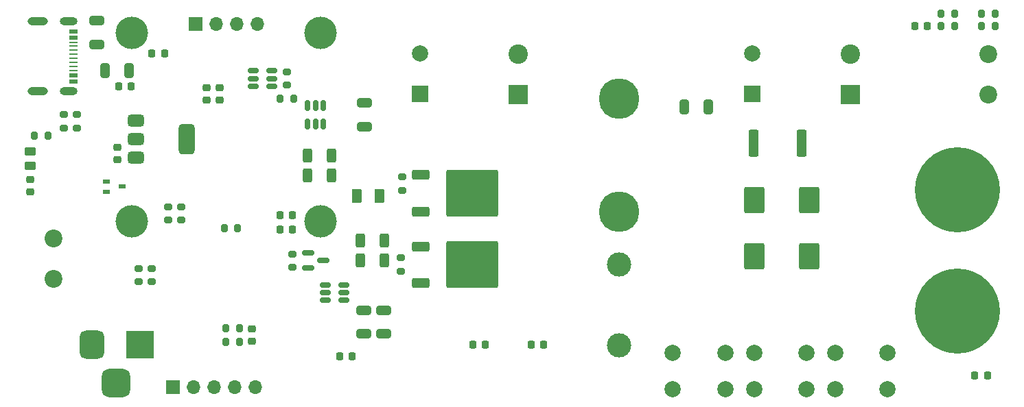
<source format=gbr>
%TF.GenerationSoftware,KiCad,Pcbnew,8.0.0-1.fc39*%
%TF.CreationDate,2024-03-15T22:49:02+01:00*%
%TF.ProjectId,pulsarPCB,70756c73-6172-4504-9342-2e6b69636164,rev?*%
%TF.SameCoordinates,Original*%
%TF.FileFunction,Soldermask,Top*%
%TF.FilePolarity,Negative*%
%FSLAX46Y46*%
G04 Gerber Fmt 4.6, Leading zero omitted, Abs format (unit mm)*
G04 Created by KiCad (PCBNEW 8.0.0-1.fc39) date 2024-03-15 22:49:02*
%MOMM*%
%LPD*%
G01*
G04 APERTURE LIST*
G04 Aperture macros list*
%AMRoundRect*
0 Rectangle with rounded corners*
0 $1 Rounding radius*
0 $2 $3 $4 $5 $6 $7 $8 $9 X,Y pos of 4 corners*
0 Add a 4 corners polygon primitive as box body*
4,1,4,$2,$3,$4,$5,$6,$7,$8,$9,$2,$3,0*
0 Add four circle primitives for the rounded corners*
1,1,$1+$1,$2,$3*
1,1,$1+$1,$4,$5*
1,1,$1+$1,$6,$7*
1,1,$1+$1,$8,$9*
0 Add four rect primitives between the rounded corners*
20,1,$1+$1,$2,$3,$4,$5,0*
20,1,$1+$1,$4,$5,$6,$7,0*
20,1,$1+$1,$6,$7,$8,$9,0*
20,1,$1+$1,$8,$9,$2,$3,0*%
G04 Aperture macros list end*
%ADD10C,5.000000*%
%ADD11C,3.000000*%
%ADD12RoundRect,0.218750X-0.218750X-0.256250X0.218750X-0.256250X0.218750X0.256250X-0.218750X0.256250X0*%
%ADD13RoundRect,0.225000X0.250000X-0.225000X0.250000X0.225000X-0.250000X0.225000X-0.250000X-0.225000X0*%
%ADD14RoundRect,0.225000X0.225000X0.250000X-0.225000X0.250000X-0.225000X-0.250000X0.225000X-0.250000X0*%
%ADD15RoundRect,0.225000X-0.250000X0.225000X-0.250000X-0.225000X0.250000X-0.225000X0.250000X0.225000X0*%
%ADD16RoundRect,0.250000X0.325000X0.650000X-0.325000X0.650000X-0.325000X-0.650000X0.325000X-0.650000X0*%
%ADD17C,2.000000*%
%ADD18RoundRect,0.250000X-0.312500X-0.625000X0.312500X-0.625000X0.312500X0.625000X-0.312500X0.625000X0*%
%ADD19RoundRect,0.250000X0.650000X-0.325000X0.650000X0.325000X-0.650000X0.325000X-0.650000X-0.325000X0*%
%ADD20R,2.400000X2.400000*%
%ADD21C,2.400000*%
%ADD22RoundRect,0.200000X-0.200000X-0.275000X0.200000X-0.275000X0.200000X0.275000X-0.200000X0.275000X0*%
%ADD23RoundRect,0.250000X-0.850000X-0.350000X0.850000X-0.350000X0.850000X0.350000X-0.850000X0.350000X0*%
%ADD24RoundRect,0.249997X-2.950003X-2.650003X2.950003X-2.650003X2.950003X2.650003X-2.950003X2.650003X0*%
%ADD25C,2.200000*%
%ADD26RoundRect,0.200000X0.200000X0.275000X-0.200000X0.275000X-0.200000X-0.275000X0.200000X-0.275000X0*%
%ADD27R,2.000000X2.000000*%
%ADD28R,0.950000X0.500000*%
%ADD29RoundRect,0.250000X0.312500X0.625000X-0.312500X0.625000X-0.312500X-0.625000X0.312500X-0.625000X0*%
%ADD30RoundRect,0.200000X-0.275000X0.200000X-0.275000X-0.200000X0.275000X-0.200000X0.275000X0.200000X0*%
%ADD31RoundRect,0.250000X1.000000X-1.400000X1.000000X1.400000X-1.000000X1.400000X-1.000000X-1.400000X0*%
%ADD32RoundRect,0.150000X-0.150000X0.512500X-0.150000X-0.512500X0.150000X-0.512500X0.150000X0.512500X0*%
%ADD33R,1.700000X1.700000*%
%ADD34O,1.700000X1.700000*%
%ADD35RoundRect,0.150000X0.512500X0.150000X-0.512500X0.150000X-0.512500X-0.150000X0.512500X-0.150000X0*%
%ADD36C,10.500000*%
%ADD37RoundRect,0.150000X-0.512500X-0.150000X0.512500X-0.150000X0.512500X0.150000X-0.512500X0.150000X0*%
%ADD38RoundRect,0.200000X0.275000X-0.200000X0.275000X0.200000X-0.275000X0.200000X-0.275000X-0.200000X0*%
%ADD39RoundRect,0.250000X-0.450000X0.262500X-0.450000X-0.262500X0.450000X-0.262500X0.450000X0.262500X0*%
%ADD40R,1.000000X0.520000*%
%ADD41R,1.000000X0.270000*%
%ADD42O,2.200000X1.000000*%
%ADD43O,2.500000X1.000000*%
%ADD44RoundRect,0.150000X-0.587500X-0.150000X0.587500X-0.150000X0.587500X0.150000X-0.587500X0.150000X0*%
%ADD45C,4.000000*%
%ADD46RoundRect,0.250000X-0.375000X-0.625000X0.375000X-0.625000X0.375000X0.625000X-0.375000X0.625000X0*%
%ADD47RoundRect,0.250000X-0.325000X-0.650000X0.325000X-0.650000X0.325000X0.650000X-0.325000X0.650000X0*%
%ADD48RoundRect,0.250000X-0.362500X-1.425000X0.362500X-1.425000X0.362500X1.425000X-0.362500X1.425000X0*%
%ADD49RoundRect,0.375000X-0.625000X-0.375000X0.625000X-0.375000X0.625000X0.375000X-0.625000X0.375000X0*%
%ADD50RoundRect,0.500000X-0.500000X-1.400000X0.500000X-1.400000X0.500000X1.400000X-0.500000X1.400000X0*%
%ADD51R,3.500000X3.500000*%
%ADD52RoundRect,0.750000X-0.750000X-1.000000X0.750000X-1.000000X0.750000X1.000000X-0.750000X1.000000X0*%
%ADD53RoundRect,0.875000X-0.875000X-0.875000X0.875000X-0.875000X0.875000X0.875000X-0.875000X0.875000X0*%
G04 APERTURE END LIST*
D10*
%TO.C,L1*%
X217500000Y-43000000D03*
X217500000Y-29000000D03*
D11*
X217500000Y-49500000D03*
X217500000Y-59500000D03*
%TD*%
D12*
%TO.C,D8*%
X182987500Y-60800000D03*
X184562500Y-60800000D03*
%TD*%
%TO.C,D6*%
X199412500Y-59400000D03*
X200987500Y-59400000D03*
%TD*%
%TO.C,D5*%
X261333267Y-63200000D03*
X262908267Y-63200000D03*
%TD*%
%TO.C,D4*%
X206612500Y-59400000D03*
X208187500Y-59400000D03*
%TD*%
D13*
%TO.C,C20*%
X155600000Y-36575000D03*
X155600000Y-35025000D03*
%TD*%
D14*
%TO.C,C19*%
X157275000Y-27500000D03*
X155725000Y-27500000D03*
%TD*%
D15*
%TO.C,C15*%
X168200000Y-27625000D03*
X168200000Y-29175000D03*
%TD*%
%TO.C,C14*%
X166600000Y-27625000D03*
X166600000Y-29175000D03*
%TD*%
%TO.C,C27*%
X172132500Y-57455000D03*
X172132500Y-59005000D03*
%TD*%
D14*
%TO.C,C9*%
X255500000Y-20000000D03*
X253950000Y-20000000D03*
%TD*%
D16*
%TO.C,C4*%
X228475000Y-30000000D03*
X225525000Y-30000000D03*
%TD*%
D17*
%TO.C,SW2*%
X240600000Y-64900000D03*
X234100000Y-64900000D03*
X240600000Y-60400000D03*
X234100000Y-60400000D03*
%TD*%
D18*
%TO.C,R4*%
X179037500Y-38500000D03*
X181962500Y-38500000D03*
%TD*%
D19*
%TO.C,C23*%
X185988485Y-58075000D03*
X185988485Y-55125000D03*
%TD*%
D20*
%TO.C,C1*%
X246000000Y-28500000D03*
D21*
X246000000Y-23500000D03*
%TD*%
D22*
%TO.C,R9*%
X257175000Y-20000000D03*
X258825000Y-20000000D03*
%TD*%
D23*
%TO.C,Q3*%
X193000000Y-47245000D03*
D24*
X199300000Y-49525000D03*
D23*
X193000000Y-51805000D03*
%TD*%
D22*
%TO.C,R11*%
X168750000Y-45000000D03*
X170400000Y-45000000D03*
%TD*%
D25*
%TO.C,J6*%
X263000000Y-23500000D03*
X263000000Y-28500000D03*
%TD*%
D26*
%TO.C,R33*%
X263825000Y-20000000D03*
X262175000Y-20000000D03*
%TD*%
D27*
%TO.C,C22*%
X233867677Y-28367677D03*
D17*
X233867677Y-23367677D03*
%TD*%
D12*
%TO.C,D11*%
X159825000Y-23400000D03*
X161400000Y-23400000D03*
%TD*%
D14*
%TO.C,C6*%
X177175000Y-45200000D03*
X175625000Y-45200000D03*
%TD*%
D28*
%TO.C,D12*%
X154200000Y-39200000D03*
X154200000Y-40500000D03*
X156150000Y-39850000D03*
%TD*%
D29*
%TO.C,R5*%
X181962500Y-36000000D03*
X179037500Y-36000000D03*
%TD*%
D30*
%TO.C,R20*%
X190500000Y-48675000D03*
X190500000Y-50325000D03*
%TD*%
D31*
%TO.C,D3*%
X234100000Y-48500000D03*
X240900000Y-48500000D03*
%TD*%
D19*
%TO.C,C3*%
X186025000Y-32475000D03*
X186025000Y-29525000D03*
%TD*%
D22*
%TO.C,R6*%
X175675000Y-29000000D03*
X177325000Y-29000000D03*
%TD*%
D18*
%TO.C,R23*%
X185537500Y-49000000D03*
X188462500Y-49000000D03*
%TD*%
D20*
%TO.C,C2*%
X205000000Y-28500000D03*
D21*
X205000000Y-23500000D03*
%TD*%
D32*
%TO.C,U2*%
X180950000Y-29862500D03*
X180000000Y-29862500D03*
X179050000Y-29862500D03*
X179050000Y-32137500D03*
X180000000Y-32137500D03*
X180950000Y-32137500D03*
%TD*%
D19*
%TO.C,C24*%
X188400000Y-58075000D03*
X188400000Y-55125000D03*
%TD*%
D33*
%TO.C,J1*%
X162440000Y-64600000D03*
D34*
X164980000Y-64600000D03*
X167520000Y-64600000D03*
X170060000Y-64600000D03*
X172600000Y-64600000D03*
%TD*%
D17*
%TO.C,SW3*%
X250600000Y-64900000D03*
X244100000Y-64900000D03*
X250600000Y-60400000D03*
X244100000Y-60400000D03*
%TD*%
D27*
%TO.C,C25*%
X192867677Y-28367677D03*
D17*
X192867677Y-23367677D03*
%TD*%
%TO.C,SW1*%
X230600000Y-64900000D03*
X224100000Y-64900000D03*
X230600000Y-60400000D03*
X224100000Y-60400000D03*
%TD*%
D35*
%TO.C,U4*%
X174637500Y-27450000D03*
X174637500Y-26500000D03*
X174637500Y-25550000D03*
X172362500Y-25550000D03*
X172362500Y-26500000D03*
X172362500Y-27450000D03*
%TD*%
D36*
%TO.C,J5*%
X259212500Y-40250000D03*
X259212500Y-55250000D03*
%TD*%
D25*
%TO.C,J4*%
X147712500Y-51300000D03*
X147712500Y-46300000D03*
%TD*%
D37*
%TO.C,U3*%
X181225000Y-52000000D03*
X181225000Y-52950000D03*
X181225000Y-53900000D03*
X183500000Y-53900000D03*
X183500000Y-52950000D03*
X183500000Y-52000000D03*
%TD*%
D38*
%TO.C,R42*%
X159800000Y-51625000D03*
X159800000Y-49975000D03*
%TD*%
D39*
%TO.C,R49*%
X144800000Y-35487500D03*
X144800000Y-37312500D03*
%TD*%
D26*
%TO.C,R8*%
X258825000Y-18500000D03*
X257175000Y-18500000D03*
%TD*%
D30*
%TO.C,R53*%
X150600000Y-30975000D03*
X150600000Y-32625000D03*
%TD*%
D19*
%TO.C,C30*%
X153000000Y-22275000D03*
X153000000Y-19325000D03*
%TD*%
D22*
%TO.C,R27*%
X168950000Y-57400000D03*
X170600000Y-57400000D03*
%TD*%
D13*
%TO.C,C26*%
X144800000Y-40550000D03*
X144800000Y-39000000D03*
%TD*%
D30*
%TO.C,R43*%
X163400000Y-42375000D03*
X163400000Y-44025000D03*
%TD*%
D40*
%TO.C,J7*%
X150175000Y-20670000D03*
X150175000Y-21420000D03*
D41*
X150175000Y-22020000D03*
X150175000Y-23520000D03*
X150175000Y-24520000D03*
X150175000Y-25520000D03*
D40*
X150175000Y-26120000D03*
X150175000Y-26870000D03*
X150175000Y-26870000D03*
X150175000Y-26120000D03*
D41*
X150175000Y-25020000D03*
X150175000Y-24020000D03*
X150175000Y-23020000D03*
X150175000Y-22520000D03*
D40*
X150175000Y-21420000D03*
X150175000Y-20670000D03*
D42*
X149550000Y-19450000D03*
D43*
X145725000Y-19450000D03*
D42*
X149550000Y-28090000D03*
D43*
X145725000Y-28090000D03*
%TD*%
D44*
%TO.C,Q4*%
X179125000Y-48050000D03*
X179125000Y-49950000D03*
X181000000Y-49000000D03*
%TD*%
D45*
%TO.C,DI1*%
X157350000Y-20850000D03*
X157350000Y-44150000D03*
X180650000Y-20850000D03*
X180650000Y-44150000D03*
D33*
X165190000Y-19800000D03*
D34*
X167730000Y-19800000D03*
X170270000Y-19800000D03*
X172810000Y-19800000D03*
%TD*%
D22*
%TO.C,R48*%
X145350000Y-33600000D03*
X147000000Y-33600000D03*
%TD*%
D38*
%TO.C,R40*%
X161800000Y-44025000D03*
X161800000Y-42375000D03*
%TD*%
D14*
%TO.C,C5*%
X177200000Y-43400000D03*
X175650000Y-43400000D03*
%TD*%
D26*
%TO.C,R28*%
X170600000Y-59030000D03*
X168950000Y-59030000D03*
%TD*%
D38*
%TO.C,R1*%
X176500000Y-27325000D03*
X176500000Y-25675000D03*
%TD*%
%TO.C,R52*%
X149000000Y-32625000D03*
X149000000Y-30975000D03*
%TD*%
D46*
%TO.C,F1*%
X185100000Y-41000000D03*
X187900000Y-41000000D03*
%TD*%
D29*
%TO.C,R24*%
X188462500Y-46500000D03*
X185537500Y-46500000D03*
%TD*%
D23*
%TO.C,Q2*%
X193000000Y-38380000D03*
D24*
X199300000Y-40660000D03*
D23*
X193000000Y-42940000D03*
%TD*%
D31*
%TO.C,D7*%
X234100000Y-41500000D03*
X240900000Y-41500000D03*
%TD*%
D47*
%TO.C,C21*%
X154025000Y-25500000D03*
X156975000Y-25500000D03*
%TD*%
D38*
%TO.C,R26*%
X177175000Y-49825000D03*
X177175000Y-48175000D03*
%TD*%
D48*
%TO.C,R3*%
X234037500Y-34500000D03*
X239962500Y-34500000D03*
%TD*%
D49*
%TO.C,U5*%
X157850000Y-31700000D03*
X157850000Y-34000000D03*
D50*
X164150000Y-34000000D03*
D49*
X157850000Y-36300000D03*
%TD*%
D51*
%TO.C,J3*%
X158400000Y-59400000D03*
D52*
X152400000Y-59400000D03*
D53*
X155400000Y-64100000D03*
%TD*%
D38*
%TO.C,R19*%
X190675000Y-40325000D03*
X190675000Y-38675000D03*
%TD*%
%TO.C,R41*%
X158200000Y-51625000D03*
X158200000Y-49975000D03*
%TD*%
D22*
%TO.C,R34*%
X262175000Y-18500000D03*
X263825000Y-18500000D03*
%TD*%
M02*

</source>
